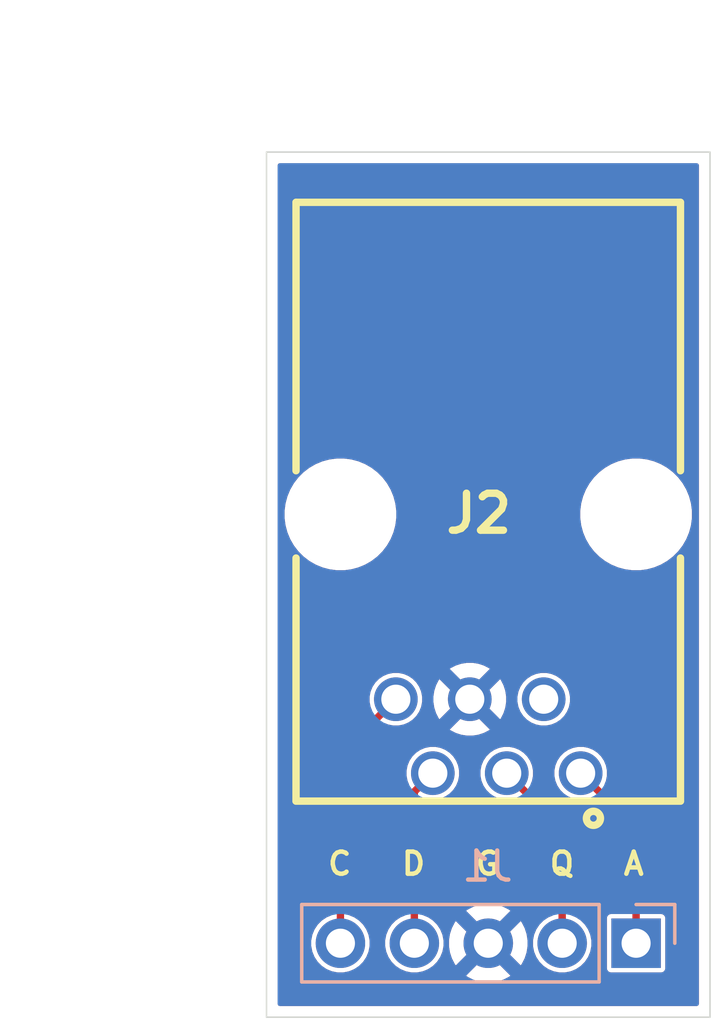
<source format=kicad_pcb>
(kicad_pcb (version 20241229) (generator "pcbnew") (generator_version "9.0")
  (layers (0 "F.Cu" signal) (2 "B.Cu" signal) (13 "F.Paste" user) (15 "B.Paste" user) (5 "F.SilkS" user "F.Silkscreen") (7 "B.SilkS" user "B.Silkscreen") (1 "F.Mask" user) (3 "B.Mask" user) (25 "Edge.Cuts" user))
  (net 0 "")
  (net 1 "/DQ")
  (net 2 "/C")
  (net 3 "/D")
  (net 5 "/A")
  (net 6 "GND")
  (footprint "Argus-Connectors:95009-7661_1" (layer "F.Cu") (at 147.8534 99.95522)
    (property "Reference" "J2" (at -0.325 -0.031 0) (layer "F.SilkS") (effects (font (size 1.27 1.27) (thickness 0.254))))
    (property "Value" "95009-7661" (hide yes))
    (fp_line (start -6.605 -10.72) (end -6.605 -1.5) (stroke (width 0.254)) (layer "F.SilkS"))
    (fp_line (start -6.605 9.85) (end -6.605 1.5) (stroke (width 0.254)) (layer "F.SilkS"))
    (fp_line (start -6.605 9.85) (end 6.605 9.85) (stroke (width 0.254)) (layer "F.SilkS"))
    (fp_line (start 6.605 -10.72) (end -6.605 -10.72) (stroke (width 0.254)) (layer "F.SilkS"))
    (fp_line (start 6.605 -10.72) (end 6.605 -1.5) (stroke (width 0.254)) (layer "F.SilkS"))
    (fp_line (start 6.605 9.85) (end 6.605 1.5) (stroke (width 0.254)) (layer "F.SilkS"))
    (fp_circle (center 3.614 10.441) (end 3.614 10.55516) (stroke (width 0.254)) (fill no) (layer "F.SilkS"))
    (pad "" np_thru_hole circle (at -5.08 0) (size 3.33 3.33) (drill 3.33) (layers "*.Cu" "*.Mask"))
    (pad "" np_thru_hole circle (at 5.08 0) (size 3.33 3.33) (drill 3.33) (layers "*.Cu" "*.Mask"))
    (pad "1" thru_hole circle (at 3.175 8.89) (size 1.5 1.5) (drill 1) (layers "*.Cu" "*.Mask") (net 5 "/A"))
    (pad "2" thru_hole circle (at 1.905 6.35) (size 1.5 1.5) (drill 1) (layers "*.Cu" "*.Mask"))
    (pad "3" thru_hole circle (at 0.635 8.89) (size 1.5 1.5) (drill 1) (layers "*.Cu" "*.Mask") (net 1 "/DQ"))
    (pad "4" thru_hole circle (at -0.635 6.35) (size 1.5 1.5) (drill 1) (layers "*.Cu" "*.Mask") (net 6 "GND"))
    (pad "5" thru_hole circle (at -1.905 8.89) (size 1.5 1.5) (drill 1) (layers "*.Cu" "*.Mask") (net 3 "/D"))
    (pad "6" thru_hole circle (at -3.175 6.35) (size 1.5 1.5) (drill 1) (layers "*.Cu" "*.Mask") (net 2 "/C"))
  )
  (footprint "Connector_PinSocket_2.54mm:PinSocket_1x05_P2.54mm_Vertical" (layer "B.Cu") (at 152.9334 114.68722 90)
    (property "Reference" "J1" (at 2.6416 -5.1054 180) (layer "B.SilkS") (effects (justify mirror)))
    (property "Value" "Conn_01x05")
    (fp_line (start -1.33 -11.49) (end 1.33 -11.49) (stroke (width 0.12)) (layer "B.SilkS"))
    (fp_line (start 1.33 -1.27) (end 1.33 -11.49) (stroke (width 0.12)) (layer "B.SilkS"))
    (fp_line (start -1.33 -1.27) (end -1.33 -11.49) (stroke (width 0.12)) (layer "B.SilkS"))
    (fp_line (start -1.33 -1.27) (end 1.33 -1.27) (stroke (width 0.12)) (layer "B.SilkS"))
    (fp_line (start 1.33 1.33) (end 1.33 0) (stroke (width 0.12)) (layer "B.SilkS"))
    (fp_line (start 0 1.33) (end 1.33 1.33) (stroke (width 0.12)) (layer "B.SilkS"))
    (pad "1" thru_hole rect (at 0 0 90) (size 1.7 1.7) (drill 1) (layers "*.Cu" "*.Mask") (net 5 "/A"))
    (pad "2" thru_hole circle (at 0 -2.54 90) (size 1.7 1.7) (drill 1) (layers "*.Cu" "*.Mask") (net 1 "/DQ"))
    (pad "3" thru_hole circle (at 0 -5.08 90) (size 1.7 1.7) (drill 1) (layers "*.Cu" "*.Mask") (net 6 "GND"))
    (pad "4" thru_hole circle (at 0 -7.62 90) (size 1.7 1.7) (drill 1) (layers "*.Cu" "*.Mask") (net 3 "/D"))
    (pad "5" thru_hole circle (at 0 -10.16 90) (size 1.7 1.7) (drill 1) (layers "*.Cu" "*.Mask") (net 2 "/C"))
  )
  (gr_line (start 155.4734 87.50922) (end 155.4734 117.22722) (stroke (width 0.05)) (layer "Edge.Cuts"))
  (gr_line (start 140.2334 87.50922) (end 155.4734 87.50922) (stroke (width 0.05)) (layer "Edge.Cuts"))
  (gr_line (start 140.2334 117.22722) (end 140.2334 87.50922) (stroke (width 0.05)) (layer "Edge.Cuts"))
  (gr_line (start 155.4734 117.22722) (end 140.2334 117.22722) (stroke (width 0.05)) (layer "Edge.Cuts"))
  (gr_text "A" (at 152.4254 112.40122 0) (layer "F.SilkS") (effects (font (size 0.762 0.762) (thickness 0.1524) (bold yes)) (justify left bottom)))
  (gr_text "Q" (at 149.8854 112.40122 0) (layer "F.SilkS") (effects (font (size 0.762 0.762) (thickness 0.1524) (bold yes)) (justify left bottom)))
  (gr_text "D" (at 144.8054 112.40122 0) (layer "F.SilkS") (effects (font (size 0.762 0.762) (thickness 0.1524) (bold yes)) (justify left bottom)))
  (gr_text "C" (at 142.2654 112.40122 0) (layer "F.SilkS") (effects (font (size 0.762 0.762) (thickness 0.1524) (bold yes)) (justify left bottom)))
  (gr_text "G" (at 147.3454 112.40122 0) (layer "F.SilkS") (effects (font (size 0.762 0.762) (thickness 0.1524) (bold yes)) (justify left bottom)))
  (segment (start 150.3934 114.68722) (end 150.3934 110.75022) (width 0.254) (layer "F.Cu") (net 1))
  (segment (start 150.3934 110.75022) (end 148.4884 108.84522) (width 0.254) (layer "F.Cu") (net 1))
  (segment (start 142.7734 108.21022) (end 142.7734 114.68722) (width 0.254) (layer "F.Cu") (net 2))
  (segment (start 144.6784 106.30522) (end 142.7734 108.21022) (width 0.254) (layer "F.Cu") (net 2))
  (segment (start 145.3134 109.48022) (end 145.9484 108.84522) (width 0.254) (layer "F.Cu") (net 3))
  (segment (start 145.3134 114.68722) (end 145.3134 109.48022) (width 0.254) (layer "F.Cu") (net 3))
  (segment (start 152.9334 110.75022) (end 151.0284 108.84522) (width 0.254) (layer "F.Cu") (net 5))
  (segment (start 152.9334 114.68722) (end 152.9334 110.75022) (width 0.254) (layer "F.Cu") (net 5))
  (zone (net 6) (net_name "GND") (layers "F.Cu" "B.Cu") (connect_pads (clearance 0.1524)) (min_thickness 0.1524) (fill yes (thermal_gap 0.5) (thermal_bridge_width 0.5))
    (polygon (pts (xy 155.7274 87.25522) (xy 139.9794 87.25522) (xy 139.9794 117.48122) (xy 155.7274 117.48122)))
  )
)
</source>
